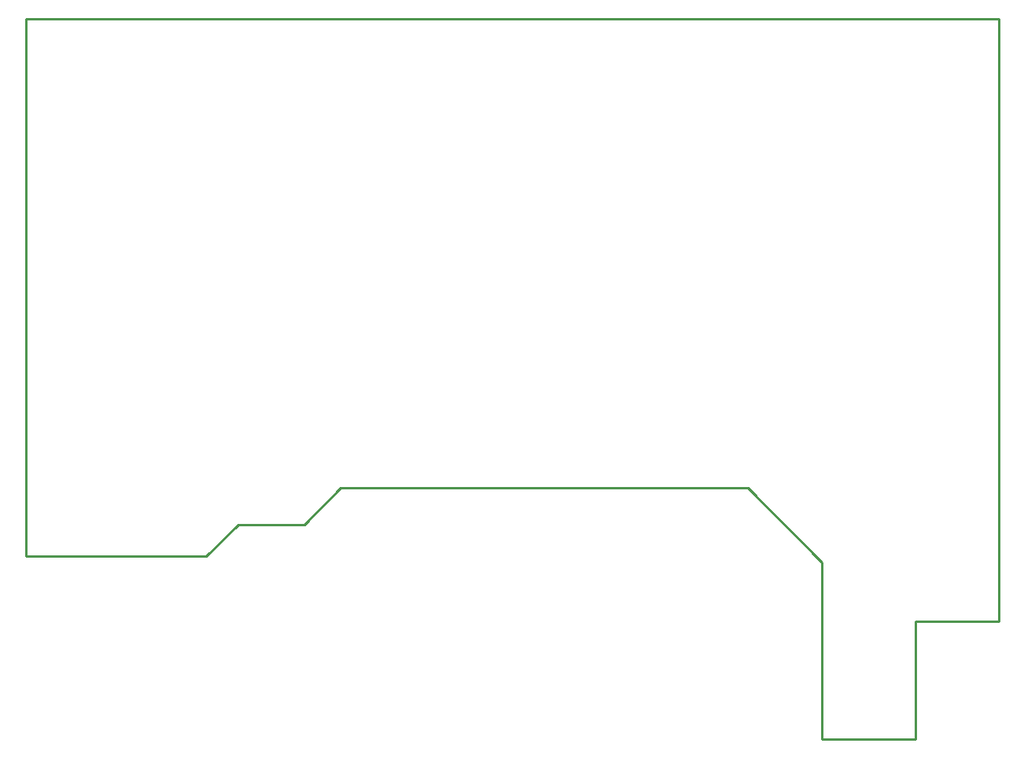
<source format=gm1>
G04*
G04 #@! TF.GenerationSoftware,Altium Limited,Altium Designer,19.1.5 (86)*
G04*
G04 Layer_Color=16711935*
%FSLAX25Y25*%
%MOIN*%
G70*
G01*
G75*
%ADD11C,0.01000*%
D11*
X263500Y277500D02*
Y505500D01*
X676000D01*
Y250000D02*
Y505500D01*
X640500Y250000D02*
X676000D01*
X640500Y200000D02*
Y250000D01*
X601000Y200000D02*
X640500D01*
X601000D02*
Y275000D01*
X569500Y306500D02*
X601000Y275000D01*
X397000Y306500D02*
X569500D01*
X381500Y291000D02*
X397000Y306500D01*
X353500Y291000D02*
X381500D01*
X340000Y277500D02*
X353500Y291000D01*
X263500Y277500D02*
X340000D01*
M02*

</source>
